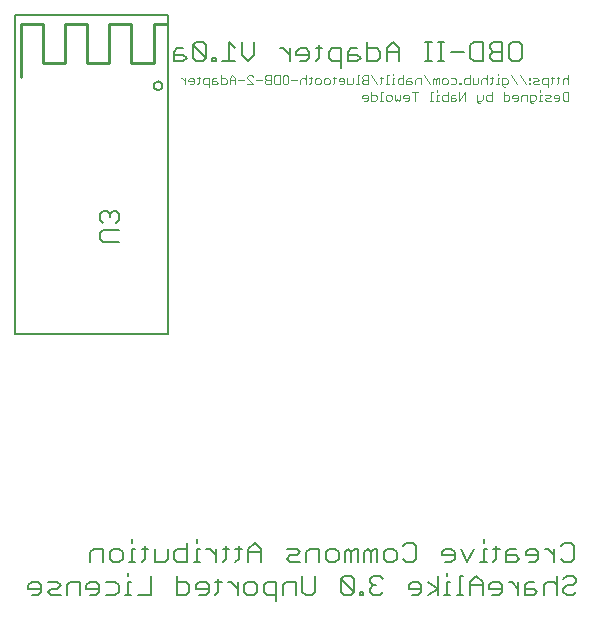
<source format=gbo>
G75*
G70*
%OFA0B0*%
%FSLAX24Y24*%
%IPPOS*%
%LPD*%
%AMOC8*
5,1,8,0,0,1.08239X$1,22.5*
%
%ADD10C,0.0060*%
%ADD11C,0.0030*%
%ADD12C,0.0050*%
%ADD13C,0.0100*%
%ADD14C,0.0080*%
D10*
X001450Y002787D02*
X001664Y002787D01*
X001770Y002894D01*
X001770Y003107D01*
X001664Y003214D01*
X001450Y003214D01*
X001343Y003107D01*
X001343Y003000D01*
X001770Y003000D01*
X001988Y002894D02*
X002095Y003000D01*
X002308Y003000D01*
X002415Y003107D01*
X002308Y003214D01*
X001988Y003214D01*
X001988Y002894D02*
X002095Y002787D01*
X002415Y002787D01*
X002632Y002787D02*
X002632Y003107D01*
X002739Y003214D01*
X003059Y003214D01*
X003059Y002787D01*
X003277Y003000D02*
X003704Y003000D01*
X003704Y002894D02*
X003704Y003107D01*
X003597Y003214D01*
X003384Y003214D01*
X003277Y003107D01*
X003277Y003000D01*
X003384Y002787D02*
X003597Y002787D01*
X003704Y002894D01*
X003921Y002787D02*
X004242Y002787D01*
X004348Y002894D01*
X004348Y003107D01*
X004242Y003214D01*
X003921Y003214D01*
X003840Y003889D02*
X003840Y004316D01*
X003520Y004316D01*
X003413Y004209D01*
X003413Y003889D01*
X004057Y003996D02*
X004057Y004209D01*
X004164Y004316D01*
X004378Y004316D01*
X004484Y004209D01*
X004484Y003996D01*
X004378Y003889D01*
X004164Y003889D01*
X004057Y003996D01*
X004701Y003889D02*
X004914Y003889D01*
X004807Y003889D02*
X004807Y004316D01*
X004914Y004316D01*
X005130Y004316D02*
X005344Y004316D01*
X005237Y004423D02*
X005237Y003996D01*
X005130Y003889D01*
X005561Y003889D02*
X005561Y004316D01*
X005561Y003889D02*
X005882Y003889D01*
X005988Y003996D01*
X005988Y004316D01*
X006206Y004209D02*
X006313Y004316D01*
X006633Y004316D01*
X006633Y004530D02*
X006633Y003889D01*
X006313Y003889D01*
X006206Y003996D01*
X006206Y004209D01*
X006285Y003427D02*
X006285Y002787D01*
X006605Y002787D01*
X006712Y002894D01*
X006712Y003107D01*
X006605Y003214D01*
X006285Y003214D01*
X006929Y003107D02*
X006929Y003000D01*
X007356Y003000D01*
X007356Y002894D02*
X007356Y003107D01*
X007249Y003214D01*
X007036Y003214D01*
X006929Y003107D01*
X007036Y002787D02*
X007249Y002787D01*
X007356Y002894D01*
X007572Y002787D02*
X007679Y002894D01*
X007679Y003321D01*
X007786Y003214D02*
X007572Y003214D01*
X008003Y003214D02*
X008109Y003214D01*
X008323Y003000D01*
X008323Y002787D02*
X008323Y003214D01*
X008540Y003107D02*
X008647Y003214D01*
X008861Y003214D01*
X008967Y003107D01*
X008967Y002894D01*
X008861Y002787D01*
X008647Y002787D01*
X008540Y002894D01*
X008540Y003107D01*
X009185Y003107D02*
X009185Y002894D01*
X009292Y002787D01*
X009612Y002787D01*
X009612Y002573D02*
X009612Y003214D01*
X009292Y003214D01*
X009185Y003107D01*
X009830Y003107D02*
X009830Y002787D01*
X009830Y003107D02*
X009936Y003214D01*
X010257Y003214D01*
X010257Y002787D01*
X010474Y002894D02*
X010474Y003427D01*
X010901Y003427D02*
X010901Y002894D01*
X010794Y002787D01*
X010581Y002787D01*
X010474Y002894D01*
X010393Y003889D02*
X010072Y003889D01*
X009966Y003996D01*
X010072Y004103D01*
X010286Y004103D01*
X010393Y004209D01*
X010286Y004316D01*
X009966Y004316D01*
X010610Y004209D02*
X010610Y003889D01*
X010610Y004209D02*
X010717Y004316D01*
X011037Y004316D01*
X011037Y003889D01*
X011255Y003996D02*
X011255Y004209D01*
X011361Y004316D01*
X011575Y004316D01*
X011682Y004209D01*
X011682Y003996D01*
X011575Y003889D01*
X011361Y003889D01*
X011255Y003996D01*
X011870Y003427D02*
X011763Y003321D01*
X012190Y002894D01*
X012083Y002787D01*
X011870Y002787D01*
X011763Y002894D01*
X011763Y003321D01*
X011870Y003427D02*
X012083Y003427D01*
X012190Y003321D01*
X012190Y002894D01*
X012406Y002894D02*
X012406Y002787D01*
X012512Y002787D01*
X012512Y002894D01*
X012406Y002894D01*
X012730Y002894D02*
X012837Y002787D01*
X013050Y002787D01*
X013157Y002894D01*
X012943Y003107D02*
X012837Y003107D01*
X012730Y003000D01*
X012730Y002894D01*
X012837Y003107D02*
X012730Y003214D01*
X012730Y003321D01*
X012837Y003427D01*
X013050Y003427D01*
X013157Y003321D01*
X013295Y003889D02*
X013188Y003996D01*
X013188Y004209D01*
X013295Y004316D01*
X013509Y004316D01*
X013615Y004209D01*
X013615Y003996D01*
X013509Y003889D01*
X013295Y003889D01*
X012971Y003889D02*
X012971Y004316D01*
X012864Y004316D01*
X012757Y004209D01*
X012650Y004316D01*
X012544Y004209D01*
X012544Y003889D01*
X012757Y003889D02*
X012757Y004209D01*
X012326Y004316D02*
X012326Y003889D01*
X012113Y003889D02*
X012113Y004209D01*
X012006Y004316D01*
X011899Y004209D01*
X011899Y003889D01*
X012113Y004209D02*
X012219Y004316D01*
X012326Y004316D01*
X013833Y004423D02*
X013940Y004530D01*
X014153Y004530D01*
X014260Y004423D01*
X014260Y003996D01*
X014153Y003889D01*
X013940Y003889D01*
X013833Y003996D01*
X014126Y003214D02*
X014019Y003107D01*
X014019Y003000D01*
X014446Y003000D01*
X014446Y002894D02*
X014446Y003107D01*
X014339Y003214D01*
X014126Y003214D01*
X014126Y002787D02*
X014339Y002787D01*
X014446Y002894D01*
X014663Y002787D02*
X014983Y003000D01*
X014663Y003214D01*
X014983Y003427D02*
X014983Y002787D01*
X015199Y002787D02*
X015413Y002787D01*
X015306Y002787D02*
X015306Y003214D01*
X015413Y003214D01*
X015306Y003427D02*
X015306Y003534D01*
X015229Y003889D02*
X015442Y003889D01*
X015549Y003996D01*
X015549Y004209D01*
X015442Y004316D01*
X015229Y004316D01*
X015122Y004209D01*
X015122Y004103D01*
X015549Y004103D01*
X015766Y004316D02*
X015980Y003889D01*
X016193Y004316D01*
X016516Y004316D02*
X016516Y003889D01*
X016410Y003889D02*
X016623Y003889D01*
X016839Y003889D02*
X016946Y003996D01*
X016946Y004423D01*
X017053Y004316D02*
X016839Y004316D01*
X016623Y004316D02*
X016516Y004316D01*
X016516Y004530D02*
X016516Y004636D01*
X017270Y004209D02*
X017270Y003889D01*
X017591Y003889D01*
X017697Y003996D01*
X017591Y004103D01*
X017270Y004103D01*
X017270Y004209D02*
X017377Y004316D01*
X017591Y004316D01*
X017915Y004209D02*
X017915Y004103D01*
X018342Y004103D01*
X018342Y004209D02*
X018235Y004316D01*
X018022Y004316D01*
X017915Y004209D01*
X018022Y003889D02*
X018235Y003889D01*
X018342Y003996D01*
X018342Y004209D01*
X018559Y004316D02*
X018665Y004316D01*
X018879Y004103D01*
X018879Y004316D02*
X018879Y003889D01*
X019096Y003996D02*
X019203Y003889D01*
X019417Y003889D01*
X019523Y003996D01*
X019523Y004423D01*
X019417Y004530D01*
X019203Y004530D01*
X019096Y004423D01*
X018958Y003427D02*
X018958Y002787D01*
X019175Y002894D02*
X019175Y003000D01*
X019282Y003107D01*
X019495Y003107D01*
X019602Y003214D01*
X019602Y003321D01*
X019495Y003427D01*
X019282Y003427D01*
X019175Y003321D01*
X018958Y003107D02*
X018851Y003214D01*
X018637Y003214D01*
X018531Y003107D01*
X018531Y002787D01*
X018313Y002894D02*
X018206Y003000D01*
X017886Y003000D01*
X017886Y003107D02*
X017886Y002787D01*
X018206Y002787D01*
X018313Y002894D01*
X018206Y003214D02*
X017993Y003214D01*
X017886Y003107D01*
X017669Y003000D02*
X017455Y003214D01*
X017348Y003214D01*
X017131Y003107D02*
X017025Y003214D01*
X016811Y003214D01*
X016704Y003107D01*
X016704Y003000D01*
X017131Y003000D01*
X017131Y002894D02*
X017131Y003107D01*
X017131Y002894D02*
X017025Y002787D01*
X016811Y002787D01*
X016487Y002787D02*
X016487Y003214D01*
X016273Y003427D01*
X016060Y003214D01*
X016060Y002787D01*
X015842Y002787D02*
X015629Y002787D01*
X015736Y002787D02*
X015736Y003427D01*
X015842Y003427D01*
X016060Y003107D02*
X016487Y003107D01*
X017669Y003214D02*
X017669Y002787D01*
X019175Y002894D02*
X019282Y002787D01*
X019495Y002787D01*
X019602Y002894D01*
X009104Y003889D02*
X009104Y004316D01*
X008890Y004530D01*
X008677Y004316D01*
X008677Y003889D01*
X008677Y004209D02*
X009104Y004209D01*
X008459Y004316D02*
X008246Y004316D01*
X008352Y004423D02*
X008352Y003996D01*
X008246Y003889D01*
X007923Y003996D02*
X007816Y003889D01*
X007923Y003996D02*
X007923Y004423D01*
X008029Y004316D02*
X007816Y004316D01*
X007600Y004316D02*
X007600Y003889D01*
X007600Y004103D02*
X007386Y004316D01*
X007279Y004316D01*
X007063Y004316D02*
X006956Y004316D01*
X006956Y003889D01*
X007063Y003889D02*
X006849Y003889D01*
X006956Y004530D02*
X006956Y004636D01*
X005423Y003427D02*
X005423Y002787D01*
X004996Y002787D01*
X004778Y002787D02*
X004565Y002787D01*
X004671Y002787D02*
X004671Y003214D01*
X004778Y003214D01*
X004671Y003427D02*
X004671Y003534D01*
X004807Y004530D02*
X004807Y004636D01*
X011776Y020369D02*
X011776Y021009D01*
X011455Y021009D01*
X011349Y020902D01*
X011349Y020689D01*
X011455Y020582D01*
X011776Y020582D01*
X011993Y020582D02*
X012313Y020582D01*
X012420Y020689D01*
X012313Y020796D01*
X011993Y020796D01*
X011993Y020902D02*
X011993Y020582D01*
X011993Y020902D02*
X012100Y021009D01*
X012313Y021009D01*
X012638Y021009D02*
X012958Y021009D01*
X013065Y020902D01*
X013065Y020689D01*
X012958Y020582D01*
X012638Y020582D01*
X012638Y021223D01*
X013282Y021009D02*
X013282Y020582D01*
X013282Y020902D02*
X013709Y020902D01*
X013709Y021009D02*
X013496Y021223D01*
X013282Y021009D01*
X013709Y021009D02*
X013709Y020582D01*
X014570Y020582D02*
X014783Y020582D01*
X014677Y020582D02*
X014677Y021223D01*
X014783Y021223D02*
X014570Y021223D01*
X014999Y021223D02*
X015213Y021223D01*
X015106Y021223D02*
X015106Y020582D01*
X015213Y020582D02*
X014999Y020582D01*
X015431Y020902D02*
X015858Y020902D01*
X016075Y020689D02*
X016075Y021116D01*
X016182Y021223D01*
X016502Y021223D01*
X016502Y020582D01*
X016182Y020582D01*
X016075Y020689D01*
X016720Y020689D02*
X016826Y020582D01*
X017147Y020582D01*
X017147Y021223D01*
X016826Y021223D01*
X016720Y021116D01*
X016720Y021009D01*
X016826Y020902D01*
X017147Y020902D01*
X017364Y020689D02*
X017364Y021116D01*
X017471Y021223D01*
X017684Y021223D01*
X017791Y021116D01*
X017791Y020689D01*
X017684Y020582D01*
X017471Y020582D01*
X017364Y020689D01*
X016826Y020902D02*
X016720Y020796D01*
X016720Y020689D01*
X011131Y021009D02*
X010917Y021009D01*
X011024Y021116D02*
X011024Y020689D01*
X010917Y020582D01*
X010701Y020689D02*
X010701Y020902D01*
X010595Y021009D01*
X010381Y021009D01*
X010274Y020902D01*
X010274Y020796D01*
X010701Y020796D01*
X010701Y020689D02*
X010595Y020582D01*
X010381Y020582D01*
X010057Y020582D02*
X010057Y021009D01*
X010057Y020796D02*
X009843Y021009D01*
X009737Y021009D01*
X008875Y020796D02*
X008662Y020582D01*
X008448Y020796D01*
X008448Y021223D01*
X008231Y021009D02*
X008017Y021223D01*
X008017Y020582D01*
X007804Y020582D02*
X008231Y020582D01*
X007586Y020582D02*
X007479Y020582D01*
X007479Y020689D01*
X007586Y020689D01*
X007586Y020582D01*
X007264Y020689D02*
X006837Y021116D01*
X006837Y020689D01*
X006944Y020582D01*
X007157Y020582D01*
X007264Y020689D01*
X007264Y021116D01*
X007157Y021223D01*
X006944Y021223D01*
X006837Y021116D01*
X006513Y021009D02*
X006299Y021009D01*
X006192Y020902D01*
X006192Y020582D01*
X006513Y020582D01*
X006619Y020689D01*
X006513Y020796D01*
X006192Y020796D01*
X008875Y020796D02*
X008875Y021223D01*
D11*
X008784Y020109D02*
X008833Y020061D01*
X008784Y020109D02*
X008688Y020109D01*
X008639Y020061D01*
X008639Y020013D01*
X008833Y019819D01*
X008639Y019819D01*
X008538Y019964D02*
X008345Y019964D01*
X008243Y019964D02*
X008050Y019964D01*
X008050Y020013D02*
X008050Y019819D01*
X007949Y019867D02*
X007949Y019964D01*
X007900Y020013D01*
X007755Y020013D01*
X007755Y020109D02*
X007755Y019819D01*
X007900Y019819D01*
X007949Y019867D01*
X008050Y020013D02*
X008147Y020109D01*
X008243Y020013D01*
X008243Y019819D01*
X007654Y019867D02*
X007606Y019916D01*
X007461Y019916D01*
X007461Y019964D02*
X007461Y019819D01*
X007606Y019819D01*
X007654Y019867D01*
X007606Y020013D02*
X007509Y020013D01*
X007461Y019964D01*
X007359Y020013D02*
X007359Y019722D01*
X007359Y019819D02*
X007214Y019819D01*
X007166Y019867D01*
X007166Y019964D01*
X007214Y020013D01*
X007359Y020013D01*
X007065Y020013D02*
X006968Y020013D01*
X007016Y020061D02*
X007016Y019867D01*
X006968Y019819D01*
X006868Y019867D02*
X006868Y019964D01*
X006820Y020013D01*
X006723Y020013D01*
X006675Y019964D01*
X006675Y019916D01*
X006868Y019916D01*
X006868Y019867D02*
X006820Y019819D01*
X006723Y019819D01*
X006574Y019819D02*
X006574Y020013D01*
X006477Y020013D02*
X006429Y020013D01*
X006477Y020013D02*
X006574Y019916D01*
X008934Y019964D02*
X009127Y019964D01*
X009228Y019916D02*
X009228Y019867D01*
X009277Y019819D01*
X009422Y019819D01*
X009422Y020109D01*
X009277Y020109D01*
X009228Y020061D01*
X009228Y020013D01*
X009277Y019964D01*
X009422Y019964D01*
X009523Y019867D02*
X009523Y020061D01*
X009571Y020109D01*
X009717Y020109D01*
X009717Y019819D01*
X009571Y019819D01*
X009523Y019867D01*
X009277Y019964D02*
X009228Y019916D01*
X009818Y019867D02*
X009818Y020061D01*
X009866Y020109D01*
X009963Y020109D01*
X010011Y020061D01*
X010011Y019867D01*
X009963Y019819D01*
X009866Y019819D01*
X009818Y019867D01*
X010112Y019964D02*
X010306Y019964D01*
X010407Y019964D02*
X010407Y019819D01*
X010407Y019964D02*
X010455Y020013D01*
X010552Y020013D01*
X010601Y019964D01*
X010700Y020013D02*
X010797Y020013D01*
X010749Y020061D02*
X010749Y019867D01*
X010700Y019819D01*
X010601Y019819D02*
X010601Y020109D01*
X010898Y019964D02*
X010898Y019867D01*
X010946Y019819D01*
X011043Y019819D01*
X011092Y019867D01*
X011092Y019964D01*
X011043Y020013D01*
X010946Y020013D01*
X010898Y019964D01*
X011193Y019964D02*
X011193Y019867D01*
X011241Y019819D01*
X011338Y019819D01*
X011386Y019867D01*
X011386Y019964D01*
X011338Y020013D01*
X011241Y020013D01*
X011193Y019964D01*
X011486Y020013D02*
X011583Y020013D01*
X011534Y020061D02*
X011534Y019867D01*
X011486Y019819D01*
X011684Y019916D02*
X011684Y019964D01*
X011732Y020013D01*
X011829Y020013D01*
X011877Y019964D01*
X011877Y019867D01*
X011829Y019819D01*
X011732Y019819D01*
X011684Y019916D02*
X011877Y019916D01*
X011978Y019819D02*
X011978Y020013D01*
X011978Y019819D02*
X012124Y019819D01*
X012172Y019867D01*
X012172Y020013D01*
X012320Y020109D02*
X012320Y019819D01*
X012368Y019819D02*
X012272Y019819D01*
X012470Y019867D02*
X012518Y019819D01*
X012663Y019819D01*
X012663Y020109D01*
X012518Y020109D01*
X012470Y020061D01*
X012470Y020013D01*
X012518Y019964D01*
X012663Y019964D01*
X012518Y019964D02*
X012470Y019916D01*
X012470Y019867D01*
X012368Y020109D02*
X012320Y020109D01*
X012764Y020109D02*
X012958Y019819D01*
X013057Y019819D02*
X013106Y019867D01*
X013106Y020061D01*
X013154Y020013D02*
X013057Y020013D01*
X013254Y019819D02*
X013350Y019819D01*
X013302Y019819D02*
X013302Y020109D01*
X013350Y020109D01*
X013499Y020109D02*
X013499Y020158D01*
X013499Y020013D02*
X013499Y019819D01*
X013547Y019819D02*
X013450Y019819D01*
X013499Y020013D02*
X013547Y020013D01*
X013648Y019964D02*
X013696Y020013D01*
X013842Y020013D01*
X013842Y020109D02*
X013842Y019819D01*
X013696Y019819D01*
X013648Y019867D01*
X013648Y019964D01*
X013943Y019964D02*
X013943Y019819D01*
X014088Y019819D01*
X014136Y019867D01*
X014088Y019916D01*
X013943Y019916D01*
X013943Y019964D02*
X013991Y020013D01*
X014088Y020013D01*
X014237Y019964D02*
X014237Y019819D01*
X014237Y019964D02*
X014286Y020013D01*
X014431Y020013D01*
X014431Y019819D01*
X014333Y019558D02*
X014139Y019558D01*
X014236Y019558D02*
X014236Y019268D01*
X014038Y019316D02*
X014038Y019413D01*
X013990Y019461D01*
X013893Y019461D01*
X013844Y019413D01*
X013844Y019365D01*
X014038Y019365D01*
X014038Y019316D02*
X013990Y019268D01*
X013893Y019268D01*
X013743Y019316D02*
X013695Y019268D01*
X013647Y019316D01*
X013598Y019268D01*
X013550Y019316D01*
X013550Y019461D01*
X013449Y019413D02*
X013449Y019316D01*
X013400Y019268D01*
X013304Y019268D01*
X013255Y019316D01*
X013255Y019413D01*
X013304Y019461D01*
X013400Y019461D01*
X013449Y019413D01*
X013154Y019558D02*
X013106Y019558D01*
X013106Y019268D01*
X013154Y019268D02*
X013057Y019268D01*
X012958Y019316D02*
X012958Y019413D01*
X012909Y019461D01*
X012764Y019461D01*
X012764Y019558D02*
X012764Y019268D01*
X012909Y019268D01*
X012958Y019316D01*
X012663Y019316D02*
X012663Y019413D01*
X012615Y019461D01*
X012518Y019461D01*
X012469Y019413D01*
X012469Y019365D01*
X012663Y019365D01*
X012663Y019316D02*
X012615Y019268D01*
X012518Y019268D01*
X013743Y019316D02*
X013743Y019461D01*
X014532Y020109D02*
X014725Y019819D01*
X014827Y019819D02*
X014827Y019964D01*
X014875Y020013D01*
X014923Y019964D01*
X014923Y019819D01*
X015020Y019819D02*
X015020Y020013D01*
X014972Y020013D01*
X014923Y019964D01*
X015121Y019964D02*
X015121Y019867D01*
X015170Y019819D01*
X015266Y019819D01*
X015315Y019867D01*
X015315Y019964D01*
X015266Y020013D01*
X015170Y020013D01*
X015121Y019964D01*
X015416Y020013D02*
X015561Y020013D01*
X015609Y019964D01*
X015609Y019867D01*
X015561Y019819D01*
X015416Y019819D01*
X015315Y019558D02*
X015315Y019268D01*
X015170Y019268D01*
X015121Y019316D01*
X015121Y019413D01*
X015170Y019461D01*
X015315Y019461D01*
X015416Y019413D02*
X015416Y019268D01*
X015561Y019268D01*
X015609Y019316D01*
X015561Y019365D01*
X015416Y019365D01*
X015416Y019413D02*
X015464Y019461D01*
X015561Y019461D01*
X015711Y019558D02*
X015711Y019268D01*
X015904Y019558D01*
X015904Y019268D01*
X016300Y019268D02*
X016445Y019268D01*
X016493Y019316D01*
X016493Y019461D01*
X016594Y019413D02*
X016643Y019461D01*
X016788Y019461D01*
X016788Y019558D02*
X016788Y019268D01*
X016643Y019268D01*
X016594Y019316D01*
X016594Y019413D01*
X016397Y019171D02*
X016348Y019171D01*
X016300Y019220D01*
X016300Y019461D01*
X016298Y019819D02*
X016153Y019819D01*
X016153Y020013D01*
X016051Y020013D02*
X015906Y020013D01*
X015858Y019964D01*
X015858Y019867D01*
X015906Y019819D01*
X016051Y019819D01*
X016051Y020109D01*
X016298Y019819D02*
X016346Y019867D01*
X016346Y020013D01*
X016447Y019964D02*
X016447Y019819D01*
X016447Y019964D02*
X016496Y020013D01*
X016592Y020013D01*
X016641Y019964D01*
X016740Y020013D02*
X016837Y020013D01*
X016789Y020061D02*
X016789Y019867D01*
X016740Y019819D01*
X016641Y019819D02*
X016641Y020109D01*
X016985Y020109D02*
X016985Y020158D01*
X016985Y020013D02*
X016985Y019819D01*
X016937Y019819D02*
X017034Y019819D01*
X017135Y019819D02*
X017280Y019819D01*
X017328Y019867D01*
X017328Y019964D01*
X017280Y020013D01*
X017135Y020013D01*
X017135Y019771D01*
X017183Y019722D01*
X017231Y019722D01*
X017184Y019558D02*
X017184Y019268D01*
X017329Y019268D01*
X017377Y019316D01*
X017377Y019413D01*
X017329Y019461D01*
X017184Y019461D01*
X017478Y019413D02*
X017478Y019365D01*
X017672Y019365D01*
X017672Y019413D02*
X017624Y019461D01*
X017527Y019461D01*
X017478Y019413D01*
X017527Y019268D02*
X017624Y019268D01*
X017672Y019316D01*
X017672Y019413D01*
X017773Y019413D02*
X017773Y019268D01*
X017773Y019413D02*
X017821Y019461D01*
X017967Y019461D01*
X017967Y019268D01*
X018068Y019268D02*
X018213Y019268D01*
X018261Y019316D01*
X018261Y019413D01*
X018213Y019461D01*
X018068Y019461D01*
X018068Y019220D01*
X018116Y019171D01*
X018164Y019171D01*
X018361Y019268D02*
X018458Y019268D01*
X018409Y019268D02*
X018409Y019461D01*
X018458Y019461D01*
X018559Y019461D02*
X018704Y019461D01*
X018752Y019413D01*
X018704Y019365D01*
X018607Y019365D01*
X018559Y019316D01*
X018607Y019268D01*
X018752Y019268D01*
X018853Y019365D02*
X019047Y019365D01*
X019047Y019413D02*
X018999Y019461D01*
X018902Y019461D01*
X018853Y019413D01*
X018853Y019365D01*
X018902Y019268D02*
X018999Y019268D01*
X019047Y019316D01*
X019047Y019413D01*
X019148Y019316D02*
X019148Y019510D01*
X019196Y019558D01*
X019342Y019558D01*
X019342Y019268D01*
X019196Y019268D01*
X019148Y019316D01*
X019148Y019819D02*
X019148Y019964D01*
X019196Y020013D01*
X019293Y020013D01*
X019342Y019964D01*
X019342Y020109D02*
X019342Y019819D01*
X018999Y019867D02*
X018950Y019819D01*
X018999Y019867D02*
X018999Y020061D01*
X019047Y020013D02*
X018950Y020013D01*
X018850Y020013D02*
X018754Y020013D01*
X018802Y020061D02*
X018802Y019867D01*
X018754Y019819D01*
X018654Y019819D02*
X018509Y019819D01*
X018461Y019867D01*
X018461Y019964D01*
X018509Y020013D01*
X018654Y020013D01*
X018654Y019722D01*
X018409Y019607D02*
X018409Y019558D01*
X018359Y019819D02*
X018214Y019819D01*
X018166Y019867D01*
X018214Y019916D01*
X018311Y019916D01*
X018359Y019964D01*
X018311Y020013D01*
X018166Y020013D01*
X018065Y020013D02*
X018065Y019964D01*
X018016Y019964D01*
X018016Y020013D01*
X018065Y020013D01*
X018065Y019867D02*
X018065Y019819D01*
X018016Y019819D01*
X018016Y019867D01*
X018065Y019867D01*
X017917Y019819D02*
X017724Y020109D01*
X017429Y020109D02*
X017623Y019819D01*
X017034Y020013D02*
X016985Y020013D01*
X015757Y019867D02*
X015708Y019867D01*
X015708Y019819D01*
X015757Y019819D01*
X015757Y019867D01*
X014972Y019607D02*
X014972Y019558D01*
X014972Y019461D02*
X014972Y019268D01*
X015020Y019268D02*
X014923Y019268D01*
X014824Y019268D02*
X014727Y019268D01*
X014775Y019268D02*
X014775Y019558D01*
X014824Y019558D01*
X014972Y019461D02*
X015020Y019461D01*
D12*
X006010Y022127D02*
X006010Y011497D01*
X000892Y011497D01*
X000892Y022127D01*
X006010Y022127D01*
X005527Y019765D02*
X005529Y019788D01*
X005535Y019810D01*
X005544Y019831D01*
X005556Y019850D01*
X005572Y019867D01*
X005590Y019881D01*
X005610Y019892D01*
X005632Y019900D01*
X005655Y019904D01*
X005677Y019904D01*
X005700Y019900D01*
X005722Y019892D01*
X005742Y019881D01*
X005760Y019867D01*
X005776Y019850D01*
X005788Y019831D01*
X005797Y019810D01*
X005803Y019788D01*
X005805Y019765D01*
X005803Y019742D01*
X005797Y019720D01*
X005788Y019699D01*
X005776Y019680D01*
X005760Y019663D01*
X005742Y019649D01*
X005722Y019638D01*
X005700Y019630D01*
X005677Y019626D01*
X005655Y019626D01*
X005632Y019630D01*
X005610Y019638D01*
X005590Y019649D01*
X005572Y019663D01*
X005556Y019680D01*
X005544Y019699D01*
X005535Y019720D01*
X005529Y019742D01*
X005527Y019765D01*
D13*
X005518Y020503D02*
X005518Y021832D01*
X005961Y021832D01*
X004780Y021832D02*
X004780Y020503D01*
X005518Y020503D01*
X004780Y021832D02*
X004042Y021832D01*
X004042Y020503D01*
X003303Y020503D01*
X003303Y021832D01*
X002565Y021832D01*
X002565Y020503D01*
X001827Y020503D01*
X001827Y021832D01*
X001089Y021832D01*
X001089Y020060D01*
D14*
X003844Y015595D02*
X003741Y015492D01*
X003741Y015285D01*
X003844Y015182D01*
X003844Y014951D02*
X003741Y014847D01*
X003741Y014640D01*
X003844Y014537D01*
X004362Y014537D01*
X004362Y014951D02*
X003844Y014951D01*
X004258Y015182D02*
X004362Y015285D01*
X004362Y015492D01*
X004258Y015595D01*
X004155Y015595D01*
X004051Y015492D01*
X003948Y015595D01*
X003844Y015595D01*
X004051Y015492D02*
X004051Y015388D01*
M02*

</source>
